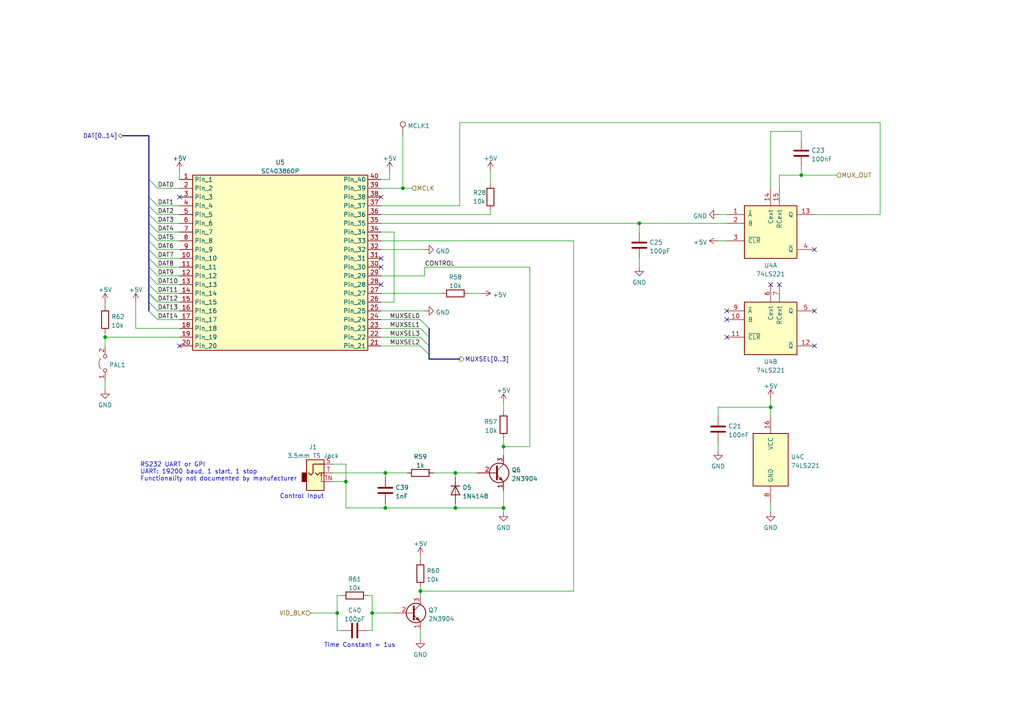
<source format=kicad_sch>
(kicad_sch (version 20211123) (generator eeschema)
  (paper "A4")
  (title_block (title "Settings Controller (MCU)") (date "2023-07-23") (rev "4"))
  (lib_symbols
    (symbol "74xx:74LS221" (pin_names (offset 1.016))
      (property "Reference" "U" (at -7.62 8.89 0))
      (property "Value" "74LS221" (at -7.62 -8.89 0))
      (symbol "74LS221_1_0"
        (pin input line (at -12.7 5.08 0) (length 5.08) (name "~{A}") (number "1"))
        (pin output line (at 12.7 5.08 180) (length 5.08) (name "Q") (number "13"))
        (pin input line (at 0 12.7 270) (length 5.08) (name "Cext") (number "14"))
        (pin input line (at 2.54 12.7 270) (length 5.08) (name "RCext") (number "15"))
        (pin input line (at -12.7 2.54 0) (length 5.08) (name "B") (number "2"))
        (pin input line (at -12.7 -2.54 0) (length 5.08) (name "~{CLR}") (number "3"))
        (pin output line (at 12.7 -5.08 180) (length 5.08) (name "~{Q}") (number "4"))
      )
      (symbol "74LS221_1_1"
        (rectangle (start -7.62 7.62) (end 7.62 -7.62) (stroke (width 0.254)) (fill (type background)))
      )
      (symbol "74LS221_2_0"
        (pin input line (at -12.7 2.54 0) (length 5.08) (name "B") (number "10"))
        (pin input line (at -12.7 -2.54 0) (length 5.08) (name "~{CLR}") (number "11"))
        (pin output line (at 12.7 -5.08 180) (length 5.08) (name "~{Q}") (number "12"))
        (pin output line (at 12.7 5.08 180) (length 5.08) (name "Q") (number "5"))
        (pin input line (at 0 12.7 270) (length 5.08) (name "Cext") (number "6"))
        (pin input line (at 2.54 12.7 270) (length 5.08) (name "RCext") (number "7"))
        (pin input line (at -12.7 5.08 0) (length 5.08) (name "~{A}") (number "9"))
      )
      (symbol "74LS221_2_1"
        (rectangle (start -7.62 7.62) (end 7.62 -7.62) (stroke (width 0.254)) (fill (type background)))
      )
      (symbol "74LS221_3_0"
        (pin power_in line (at 0 12.7 270) (length 5.08) (name "VCC") (number "16"))
        (pin power_in line (at 0 -12.7 90) (length 5.08) (name "GND") (number "8"))
      )
      (symbol "74LS221_3_1"
        (rectangle (start -5.08 7.62) (end 5.08 -7.62) (stroke (width 0.254)) (fill (type background)))
      )
    )
    (symbol "Connector:AudioJack2_SwitchT"
      (property "Reference" "J" (at 0 8.89 0))
      (property "Value" "AudioJack2_SwitchT" (at 0 6.35 0))
      (symbol "AudioJack2_SwitchT_0_1"
        (rectangle (start -2.54 0) (end -3.81 -2.54) (stroke (width 0.254)) (fill (type outline)))
        (polyline (pts (xy 1.778 -0.254) (xy 2.032 -0.762)))
        (polyline (pts (xy 0 0) (xy 0.635 -0.635) (xy 1.27 0) (xy 2.54 0)) (stroke (width 0.254)))
        (polyline (pts (xy 2.54 -2.54) (xy 1.778 -2.54) (xy 1.778 -0.254) (xy 1.524 -0.762)))
        (polyline (pts (xy 2.54 2.54) (xy -0.635 2.54) (xy -0.635 0) (xy -1.27 -0.635) (xy -1.905 0)) (stroke (width 0.254)))
        (rectangle (start 2.54 3.81) (end -2.54 -5.08) (stroke (width 0.254)) (fill (type background)))
      )
      (symbol "AudioJack2_SwitchT_1_1"
        (pin passive line (at 5.08 2.54 180) (length 2.54) (name "~") (number "S"))
        (pin passive line (at 5.08 0 180) (length 2.54) (name "~") (number "T"))
        (pin passive line (at 5.08 -2.54 180) (length 2.54) (name "~") (number "TN"))
      )
    )
    (symbol "Connector:TestPoint" (pin_numbers hide) (pin_names (offset 0.762) hide)
      (property "Reference" "TP" (at 0 6.858 0))
      (property "Value" "TestPoint" (at 0 5.08 0))
      (symbol "TestPoint_0_1"
        (circle (center 0 3.302) (radius 0.762))
      )
      (symbol "TestPoint_1_1"
        (pin passive line (at 0 0 90) (length 2.54) (name "1") (number "1"))
      )
    )
    (symbol "Device:C" (pin_numbers hide) (pin_names (offset 0.254))
      (property "Reference" "C" (at 0.635 2.54 0))
      (property "Value" "C" (at 0.635 -2.54 0))
      (symbol "C_0_1"
        (polyline (pts (xy -2.032 -0.762) (xy 2.032 -0.762)) (stroke (width 0.508)))
        (polyline (pts (xy -2.032 0.762) (xy 2.032 0.762)) (stroke (width 0.508)))
      )
      (symbol "C_1_1"
        (pin passive line (at 0 3.81 270) (length 2.794) (name "~") (number "1"))
        (pin passive line (at 0 -3.81 90) (length 2.794) (name "~") (number "2"))
      )
    )
    (symbol "Device:D" (pin_numbers hide) (pin_names (offset 1.016) hide)
      (property "Reference" "D" (at 0 2.54 0))
      (property "Value" "D" (at 0 -2.54 0))
      (symbol "D_0_1"
        (polyline (pts (xy -1.27 1.27) (xy -1.27 -1.27)) (stroke (width 0.254)))
        (polyline (pts (xy 1.27 0) (xy -1.27 0)))
        (polyline (pts (xy 1.27 1.27) (xy 1.27 -1.27) (xy -1.27 0) (xy 1.27 1.27)) (stroke (width 0.254)))
      )
      (symbol "D_1_1"
        (pin passive line (at -3.81 0 0) (length 2.54) (name "K") (number "1"))
        (pin passive line (at 3.81 0 180) (length 2.54) (name "A") (number "2"))
      )
    )
    (symbol "Device:R" (pin_numbers hide) (pin_names (offset 0))
      (property "Reference" "R" (at 2.032 0 90))
      (property "Value" "R" (at 0 0 90))
      (symbol "R_0_1"
        (rectangle (start -1.016 -2.54) (end 1.016 2.54) (stroke (width 0.254)))
      )
      (symbol "R_1_1"
        (pin passive line (at 0 3.81 270) (length 1.27) (name "~") (number "1"))
        (pin passive line (at 0 -3.81 90) (length 1.27) (name "~") (number "2"))
      )
    )
    (symbol "Jumper:Jumper_2_Open" (pin_names (offset 0) hide)
      (property "Reference" "JP" (at 0 2.794 0))
      (property "Value" "Jumper_2_Open" (at 0 -2.286 0))
      (symbol "Jumper_2_Open_0_0"
        (circle (center -2.032 0) (radius 0.508))
        (circle (center 2.032 0) (radius 0.508))
      )
      (symbol "Jumper_2_Open_0_1"
        (arc (start 1.524 1.27) (mid 0 1.778) (end -1.524 1.27))
      )
      (symbol "Jumper_2_Open_1_1"
        (pin passive line (at -5.08 0 0) (length 2.54) (name "A") (number "1"))
        (pin passive line (at 5.08 0 180) (length 2.54) (name "B") (number "2"))
      )
    )
    (symbol "Transistor_BJT:2N3904" (pin_names (offset 0) hide)
      (property "Reference" "Q" (at 5.08 1.905 0))
      (property "Value" "2N3904" (at 5.08 0 0))
      (symbol "2N3904_0_1"
        (polyline (pts (xy 0.635 0.635) (xy 2.54 2.54)))
        (polyline (pts (xy 0.635 -0.635) (xy 2.54 -2.54) (xy 2.54 -2.54)))
        (polyline (pts (xy 0.635 1.905) (xy 0.635 -1.905) (xy 0.635 -1.905)) (stroke (width 0.508)))
        (polyline (pts (xy 1.27 -1.778) (xy 1.778 -1.27) (xy 2.286 -2.286) (xy 1.27 -1.778) (xy 1.27 -1.778)) (fill (type outline)))
        (circle (center 1.27 0) (radius 2.8194) (stroke (width 0.254)))
      )
      (symbol "2N3904_1_1"
        (pin passive line (at 2.54 -5.08 90) (length 2.54) (name "E") (number "1"))
        (pin passive line (at -5.08 0 0) (length 5.715) (name "B") (number "2"))
        (pin passive line (at 2.54 5.08 270) (length 2.54) (name "C") (number "3"))
      )
    )
    (symbol "Videonics Proceessor Plus:SC403860P"
      (property "Reference" "U" (at -25.4 25.4 0))
      (property "Value" "SC403860P" (at -25.4 -27.94 0))
      (symbol "SC403860P_1_1"
        (rectangle (start -25.4 25.4) (end 25.4 -25.4) (stroke (width 0.254)) (fill (type background)))
        (pin passive line (at -29.21 24.13 0) (length 3.81) (name "Pin_1") (number "1"))
        (pin passive line (at -29.21 1.27 0) (length 3.81) (name "Pin_10") (number "10"))
        (pin passive line (at -29.21 -1.27 0) (length 3.81) (name "Pin_11") (number "11"))
        (pin passive line (at -29.21 -3.81 0) (length 3.81) (name "Pin_12") (number "12"))
        (pin passive line (at -29.21 -6.35 0) (length 3.81) (name "Pin_13") (number "13"))
        (pin passive line (at -29.21 -8.89 0) (length 3.81) (name "Pin_14") (number "14"))
        (pin passive line (at -29.21 -11.43 0) (length 3.81) (name "Pin_15") (number "15"))
        (pin passive line (at -29.21 -13.97 0) (length 3.81) (name "Pin_16") (number "16"))
        (pin passive line (at -29.21 -16.51 0) (length 3.81) (name "Pin_17") (number "17"))
        (pin passive line (at -29.21 -19.05 0) (length 3.81) (name "Pin_18") (number "18"))
        (pin passive line (at -29.21 -21.59 0) (length 3.81) (name "Pin_19") (number "19"))
        (pin passive line (at -29.21 21.59 0) (length 3.81) (name "Pin_2") (number "2"))
        (pin passive line (at -29.21 -24.13 0) (length 3.81) (name "Pin_20") (number "20"))
        (pin passive line (at 29.21 -24.13 180) (length 3.81) (name "Pin_21") (number "21"))
        (pin passive line (at 29.21 -21.59 180) (length 3.81) (name "Pin_22") (number "22"))
        (pin passive line (at 29.21 -19.05 180) (length 3.81) (name "Pin_23") (number "23"))
        (pin passive line (at 29.21 -16.51 180) (length 3.81) (name "Pin_24") (number "24"))
        (pin passive line (at 29.21 -13.97 180) (length 3.81) (name "Pin_25") (number "25"))
        (pin passive line (at 29.21 -11.43 180) (length 3.81) (name "Pin_26") (number "26"))
        (pin passive line (at 29.21 -8.89 180) (length 3.81) (name "Pin_27") (number "27"))
        (pin passive line (at 29.21 -6.35 180) (length 3.81) (name "Pin_28") (number "28"))
        (pin passive line (at 29.21 -3.81 180) (length 3.81) (name "Pin_29") (number "29"))
        (pin passive line (at -29.21 19.05 0) (length 3.81) (name "Pin_3") (number "3"))
        (pin passive line (at 29.21 -1.27 180) (length 3.81) (name "Pin_30") (number "30"))
        (pin passive line (at 29.21 1.27 180) (length 3.81) (name "Pin_31") (number "31"))
        (pin passive line (at 29.21 3.81 180) (length 3.81) (name "Pin_32") (number "32"))
        (pin passive line (at 29.21 6.35 180) (length 3.81) (name "Pin_33") (number "33"))
        (pin passive line (at 29.21 8.89 180) (length 3.81) (name "Pin_34") (number "34"))
        (pin passive line (at 29.21 11.43 180) (length 3.81) (name "Pin_35") (number "35"))
        (pin passive line (at 29.21 13.97 180) (length 3.81) (name "Pin_36") (number "36"))
        (pin passive line (at 29.21 16.51 180) (length 3.81) (name "Pin_37") (number "37"))
        (pin passive line (at 29.21 19.05 180) (length 3.81) (name "Pin_38") (number "38"))
        (pin passive line (at 29.21 21.59 180) (length 3.81) (name "Pin_39") (number "39"))
        (pin passive line (at -29.21 16.51 0) (length 3.81) (name "Pin_4") (number "4"))
        (pin passive line (at 29.21 24.13 180) (length 3.81) (name "Pin_40") (number "40"))
        (pin passive line (at -29.21 13.97 0) (length 3.81) (name "Pin_5") (number "5"))
        (pin passive line (at -29.21 11.43 0) (length 3.81) (name "Pin_6") (number "6"))
        (pin passive line (at -29.21 8.89 0) (length 3.81) (name "Pin_7") (number "7"))
        (pin passive line (at -29.21 6.35 0) (length 3.81) (name "Pin_8") (number "8"))
        (pin passive line (at -29.21 3.81 0) (length 3.81) (name "Pin_9") (number "9"))
      )
    )
    (symbol "power:+5V" (power) (pin_names (offset 0))
      (property "Value" "+5V" (at 0 3.556 0))
      (symbol "+5V_0_1"
        (polyline (pts (xy -0.762 1.27) (xy 0 2.54)))
        (polyline (pts (xy 0 0) (xy 0 2.54)))
        (polyline (pts (xy 0 2.54) (xy 0.762 1.27)))
      )
      (symbol "+5V_1_1"
        (pin power_in line (at 0 0 90) (length 0) hide (name "+5V") (number "1"))
      )
    )
    (symbol "power:GND" (power) (pin_names (offset 0))
      (property "Value" "GND" (at 0 -3.81 0))
      (symbol "GND_0_1"
        (polyline (pts (xy 0 0) (xy 0 -1.27) (xy 1.27 -1.27) (xy 0 -2.54) (xy -1.27 -1.27) (xy 0 -1.27)))
      )
      (symbol "GND_1_1"
        (pin power_in line (at 0 0 270) (length 0) hide (name "GND") (number "1"))
      )
    )
  )
  (junction (at 146.05 147.32))
  (junction (at 100.33 139.7))
  (junction (at 97.79 177.8))
  (junction (at 111.76 137.16))
  (junction (at 107.95 177.8))
  (junction (at 185.42 64.77))
  (junction (at 30.48 97.79))
  (junction (at 116.84 54.61))
  (junction (at 132.08 137.16))
  (junction (at 146.05 129.54))
  (junction (at 111.76 147.32))
  (junction (at 223.52 118.11))
  (junction (at 232.41 50.8))
  (junction (at 132.08 147.32))
  (junction (at 121.92 171.45))
  (no_connect (at 223.52 82.55))
  (no_connect (at 110.49 77.47))
  (no_connect (at 110.49 82.55))
  (no_connect (at 210.82 90.17))
  (no_connect (at 110.49 57.15))
  (no_connect (at 236.22 100.33))
  (no_connect (at 226.06 82.55))
  (no_connect (at 236.22 72.39))
  (no_connect (at 110.49 74.93))
  (no_connect (at 210.82 97.79))
  (no_connect (at 52.07 100.33))
  (no_connect (at 210.82 92.71))
  (no_connect (at 236.22 90.17))
  (no_connect (at 52.07 57.15))
  (bus_entry (at 43.18 62.23) (size 2.54 2.54))
  (bus_entry (at 43.18 74.93) (size 2.54 2.54))
  (bus_entry (at 43.18 90.17) (size 2.54 2.54))
  (bus_entry (at 43.18 67.31) (size 2.54 2.54))
  (bus_entry (at 43.18 57.15) (size 2.54 2.54))
  (bus_entry (at 124.46 100.33) (size -2.54 -2.54))
  (bus_entry (at 43.18 80.01) (size 2.54 2.54))
  (bus_entry (at 124.46 97.79) (size -2.54 -2.54))
  (bus_entry (at 43.18 82.55) (size 2.54 2.54))
  (bus_entry (at 43.18 64.77) (size 2.54 2.54))
  (bus_entry (at 43.18 69.85) (size 2.54 2.54))
  (bus_entry (at 43.18 85.09) (size 2.54 2.54))
  (bus_entry (at 43.18 77.47) (size 2.54 2.54))
  (bus_entry (at 43.18 72.39) (size 2.54 2.54))
  (bus_entry (at 43.18 59.69) (size 2.54 2.54))
  (bus_entry (at 124.46 95.25) (size -2.54 -2.54))
  (bus_entry (at 124.46 102.87) (size -2.54 -2.54))
  (bus_entry (at 43.18 87.63) (size 2.54 2.54))
  (bus_entry (at 43.18 85.09) (size 2.54 2.54))
  (bus_entry (at 43.18 52.07) (size 2.54 2.54))
  (wire (pts (xy 45.72 87.63) (xy 52.07 87.63)))
  (wire (pts (xy 45.72 85.09) (xy 52.07 85.09)))
  (wire (pts (xy 100.33 147.32) (xy 111.76 147.32)))
  (wire (pts (xy 110.49 59.69) (xy 133.35 59.69)))
  (bus (pts (xy 43.18 57.15) (xy 43.18 52.07)))
  (bus (pts (xy 43.18 74.93) (xy 43.18 72.39)))
  (wire (pts (xy 111.76 137.16) (xy 118.11 137.16)))
  (wire (pts (xy 133.35 35.56) (xy 255.27 35.56)))
  (wire (pts (xy 110.49 92.71) (xy 121.92 92.71)))
  (wire (pts (xy 30.48 97.79) (xy 52.07 97.79)))
  (bus (pts (xy 43.18 80.01) (xy 43.18 77.47)))
  (wire (pts (xy 110.49 62.23) (xy 142.24 62.23)))
  (wire (pts (xy 255.27 62.23) (xy 236.22 62.23)))
  (wire (pts (xy 97.79 177.8) (xy 97.79 182.88)))
  (wire (pts (xy 96.52 134.62) (xy 100.33 134.62)))
  (wire (pts (xy 208.28 128.27) (xy 208.28 130.81)))
  (wire (pts (xy 132.08 137.16) (xy 132.08 138.43)))
  (wire (pts (xy 110.49 54.61) (xy 116.84 54.61)))
  (wire (pts (xy 208.28 69.85) (xy 210.82 69.85)))
  (wire (pts (xy 116.84 39.37) (xy 116.84 54.61)))
  (wire (pts (xy 226.06 50.8) (xy 226.06 54.61)))
  (wire (pts (xy 114.3 67.31) (xy 110.49 67.31)))
  (wire (pts (xy 132.08 147.32) (xy 146.05 147.32)))
  (wire (pts (xy 185.42 64.77) (xy 185.42 67.31)))
  (wire (pts (xy 208.28 118.11) (xy 223.52 118.11)))
  (wire (pts (xy 146.05 127) (xy 146.05 129.54)))
  (wire (pts (xy 110.49 85.09) (xy 128.27 85.09)))
  (bus (pts (xy 43.18 59.69) (xy 43.18 57.15)))
  (wire (pts (xy 242.57 50.8) (xy 232.41 50.8)))
  (wire (pts (xy 208.28 62.23) (xy 210.82 62.23)))
  (wire (pts (xy 135.89 85.09) (xy 139.7 85.09)))
  (wire (pts (xy 45.72 74.93) (xy 52.07 74.93)))
  (wire (pts (xy 142.24 49.53) (xy 142.24 53.34)))
  (wire (pts (xy 123.19 77.47) (xy 123.19 80.01)))
  (bus (pts (xy 43.18 69.85) (xy 43.18 67.31)))
  (wire (pts (xy 185.42 74.93) (xy 185.42 77.47)))
  (wire (pts (xy 107.95 177.8) (xy 107.95 172.72)))
  (wire (pts (xy 39.37 95.25) (xy 52.07 95.25)))
  (wire (pts (xy 138.43 137.16) (xy 132.08 137.16)))
  (wire (pts (xy 96.52 137.16) (xy 111.76 137.16)))
  (bus (pts (xy 35.56 39.37) (xy 43.18 39.37)))
  (wire (pts (xy 100.33 134.62) (xy 100.33 139.7)))
  (wire (pts (xy 30.48 97.79) (xy 30.48 96.52)))
  (wire (pts (xy 132.08 146.05) (xy 132.08 147.32)))
  (wire (pts (xy 121.92 171.45) (xy 121.92 172.72)))
  (bus (pts (xy 124.46 97.79) (xy 124.46 100.33)))
  (wire (pts (xy 223.52 54.61) (xy 223.52 38.1)))
  (wire (pts (xy 45.72 54.61) (xy 52.07 54.61)))
  (wire (pts (xy 125.73 137.16) (xy 132.08 137.16)))
  (wire (pts (xy 166.37 69.85) (xy 166.37 171.45)))
  (wire (pts (xy 110.49 72.39) (xy 123.19 72.39)))
  (bus (pts (xy 124.46 100.33) (xy 124.46 102.87)))
  (wire (pts (xy 111.76 146.05) (xy 111.76 147.32)))
  (wire (pts (xy 110.49 97.79) (xy 121.92 97.79)))
  (bus (pts (xy 124.46 95.25) (xy 124.46 97.79)))
  (wire (pts (xy 121.92 182.88) (xy 121.92 185.42)))
  (bus (pts (xy 43.18 72.39) (xy 43.18 69.85)))
  (bus (pts (xy 43.18 82.55) (xy 43.18 80.01)))
  (wire (pts (xy 90.17 177.8) (xy 97.79 177.8)))
  (bus (pts (xy 43.18 90.17) (xy 43.18 87.63)))
  (wire (pts (xy 111.76 147.32) (xy 132.08 147.32)))
  (wire (pts (xy 107.95 177.8) (xy 114.3 177.8)))
  (wire (pts (xy 185.42 64.77) (xy 210.82 64.77)))
  (wire (pts (xy 110.49 69.85) (xy 166.37 69.85)))
  (wire (pts (xy 153.67 77.47) (xy 153.67 129.54)))
  (wire (pts (xy 121.92 161.29) (xy 121.92 162.56)))
  (wire (pts (xy 146.05 116.84) (xy 146.05 119.38)))
  (wire (pts (xy 110.49 80.01) (xy 123.19 80.01)))
  (wire (pts (xy 116.84 54.61) (xy 119.38 54.61)))
  (wire (pts (xy 142.24 62.23) (xy 142.24 60.96)))
  (wire (pts (xy 45.72 72.39) (xy 52.07 72.39)))
  (wire (pts (xy 110.49 100.33) (xy 121.92 100.33)))
  (wire (pts (xy 52.07 49.53) (xy 52.07 52.07)))
  (wire (pts (xy 45.72 59.69) (xy 52.07 59.69)))
  (wire (pts (xy 107.95 182.88) (xy 107.95 177.8)))
  (wire (pts (xy 232.41 38.1) (xy 232.41 40.64)))
  (wire (pts (xy 110.49 64.77) (xy 185.42 64.77)))
  (bus (pts (xy 124.46 102.87) (xy 124.46 104.14)))
  (wire (pts (xy 99.06 172.72) (xy 97.79 172.72)))
  (wire (pts (xy 45.72 67.31) (xy 52.07 67.31)))
  (wire (pts (xy 123.19 77.47) (xy 153.67 77.47)))
  (wire (pts (xy 146.05 142.24) (xy 146.05 147.32)))
  (wire (pts (xy 146.05 147.32) (xy 146.05 148.59)))
  (wire (pts (xy 110.49 90.17) (xy 123.19 90.17)))
  (wire (pts (xy 45.72 82.55) (xy 52.07 82.55)))
  (wire (pts (xy 45.72 77.47) (xy 52.07 77.47)))
  (wire (pts (xy 223.52 118.11) (xy 223.52 120.65)))
  (wire (pts (xy 121.92 170.18) (xy 121.92 171.45)))
  (bus (pts (xy 124.46 104.14) (xy 133.35 104.14)))
  (wire (pts (xy 110.49 95.25) (xy 121.92 95.25)))
  (wire (pts (xy 97.79 172.72) (xy 97.79 177.8)))
  (wire (pts (xy 111.76 138.43) (xy 111.76 137.16)))
  (wire (pts (xy 100.33 139.7) (xy 100.33 147.32)))
  (wire (pts (xy 232.41 48.26) (xy 232.41 50.8)))
  (wire (pts (xy 30.48 87.63) (xy 30.48 88.9)))
  (wire (pts (xy 39.37 87.63) (xy 39.37 95.25)))
  (wire (pts (xy 223.52 146.05) (xy 223.52 148.59)))
  (wire (pts (xy 45.72 69.85) (xy 52.07 69.85)))
  (wire (pts (xy 208.28 120.65) (xy 208.28 118.11)))
  (wire (pts (xy 223.52 38.1) (xy 232.41 38.1)))
  (bus (pts (xy 43.18 87.63) (xy 43.18 85.09)))
  (wire (pts (xy 166.37 171.45) (xy 121.92 171.45)))
  (bus (pts (xy 43.18 39.37) (xy 43.18 52.07)))
  (wire (pts (xy 106.68 182.88) (xy 107.95 182.88)))
  (wire (pts (xy 255.27 35.56) (xy 255.27 62.23)))
  (wire (pts (xy 45.72 62.23) (xy 52.07 62.23)))
  (wire (pts (xy 45.72 90.17) (xy 52.07 90.17)))
  (wire (pts (xy 30.48 110.49) (xy 30.48 113.03)))
  (wire (pts (xy 114.3 87.63) (xy 114.3 67.31)))
  (bus (pts (xy 43.18 64.77) (xy 43.18 62.23)))
  (bus (pts (xy 43.18 62.23) (xy 43.18 59.69)))
  (wire (pts (xy 45.72 92.71) (xy 52.07 92.71)))
  (bus (pts (xy 43.18 85.09) (xy 43.18 82.55)))
  (wire (pts (xy 133.35 59.69) (xy 133.35 35.56)))
  (wire (pts (xy 100.33 139.7) (xy 96.52 139.7)))
  (wire (pts (xy 146.05 129.54) (xy 153.67 129.54)))
  (wire (pts (xy 30.48 97.79) (xy 30.48 100.33)))
  (wire (pts (xy 45.72 64.77) (xy 52.07 64.77)))
  (bus (pts (xy 43.18 67.31) (xy 43.18 64.77)))
  (wire (pts (xy 107.95 172.72) (xy 106.68 172.72)))
  (wire (pts (xy 97.79 182.88) (xy 99.06 182.88)))
  (wire (pts (xy 45.72 80.01) (xy 52.07 80.01)))
  (wire (pts (xy 110.49 52.07) (xy 113.03 52.07)))
  (wire (pts (xy 113.03 52.07) (xy 113.03 49.53)))
  (wire (pts (xy 146.05 129.54) (xy 146.05 132.08)))
  (wire (pts (xy 232.41 50.8) (xy 226.06 50.8)))
  (bus (pts (xy 43.18 77.47) (xy 43.18 74.93)))
  (wire (pts (xy 110.49 87.63) (xy 114.3 87.63)))
  (wire (pts (xy 223.52 115.57) (xy 223.52 118.11)))
  (text "Time Constant = 1us" (at 93.98 187.96 0) (effects (font (size 1.27 1.27)) (justify left bottom)))
  (text "Control Input" (at 93.98 144.78 180) (effects (font (size 1.27 1.27)) (justify right bottom)))
  (text "RS232 UART or GPI\nUART: 19200 baud, 1 start, 1 stop\nFunctionality not documented by manufacturer" (at 40.64 139.7 0) (effects (font (size 1.27 1.27)) (justify left bottom)))
  (label "MUXSEL3" (at 113.03 97.79 0))
  (label "DAT4" (at 45.72 67.31 0))
  (label "MUXSEL1" (at 113.03 95.25 0))
  (label "DAT1" (at 45.72 59.69 0))
  (label "DAT7" (at 45.72 74.93 0))
  (label "DAT8" (at 45.72 77.47 0))
  (label "DAT6" (at 45.72 72.39 0))
  (label "DAT2" (at 45.72 62.23 0))
  (label "DAT9" (at 45.72 80.01 0))
  (label "MUXSEL0" (at 113.03 92.71 0))
  (label "DAT3" (at 45.72 64.77 0))
  (label "DAT12" (at 45.72 87.63 0))
  (label "DAT10" (at 45.72 82.55 0))
  (label "DAT0" (at 45.72 54.61 0))
  (label "DAT5" (at 45.72 69.85 0))
  (label "CONTROL" (at 123.19 77.47 0))
  (label "DAT14" (at 45.72 92.71 0))
  (label "DAT11" (at 45.72 85.09 0))
  (label "MUXSEL2" (at 113.03 100.33 0))
  (label "DAT13" (at 45.72 90.17 0))
  (hierarchical_label "MUXSEL[0..3]" (shape output) (at 133.35 104.14 0))
  (hierarchical_label "VID_BLK" (shape input) (at 90.17 177.8 180))
  (hierarchical_label "MUX_OUT" (shape input) (at 242.57 50.8 0))
  (hierarchical_label "DAT[0..14]" (shape bidirectional) (at 35.56 39.37 180))
  (hierarchical_label "MCLK" (shape input) (at 119.38 54.61 0))
  (symbol (lib_id "Transistor_BJT:2N3904") (at 143.51 137.16 0) (unit 1)
    (property "Reference" "Q6" (at 148.3614 136.3253 0) (effects (justify left)))
    (property "Value" "2N3904" (at 148.3614 138.8622 0) (effects (justify left)))
    (property "Footprint" "Package_TO_SOT_THT:TO-92_Inline" (effects hide))
    (property "Datasheet" "https://www.onsemi.com/pub/Collateral/2N3903-D.PDF" (effects hide))
  )
  (symbol (lib_id "power:GND") (at 123.19 72.39 90) (unit 1)
    (property "Reference" "#PWR0107" (effects hide))
    (property "Value" "GND" (at 126.365 72.8238 90) (effects (justify right)))
  )
  (symbol (lib_id "power:+5V") (at 113.03 49.53 0) (unit 1)
    (property "Reference" "#PWR0106" (effects hide))
    (property "Value" "+5V" (at 113.03 45.9542 0))
  )
  (symbol (lib_id "power:+5V") (at 139.7 85.09 270) (unit 1)
    (property "Reference" "#PWR0141" (effects hide))
    (property "Value" "+5V" (at 142.875 85.5238 90) (effects (justify left)))
  )
  (symbol (lib_id "power:GND") (at 146.05 148.59 0) (unit 1)
    (property "Reference" "#PWR0140" (effects hide))
    (property "Value" "GND" (at 146.05 153.0334 0))
  )
  (symbol (lib_id "Transistor_BJT:2N3904") (at 119.38 177.8 0) (unit 1)
    (property "Reference" "Q7" (at 124.2314 176.9653 0) (effects (justify left)))
    (property "Value" "2N3904" (at 124.2314 179.5022 0) (effects (justify left)))
    (property "Footprint" "Package_TO_SOT_THT:TO-92_Inline" (effects hide))
    (property "Datasheet" "https://www.onsemi.com/pub/Collateral/2N3903-D.PDF" (effects hide))
  )
  (symbol (lib_id "power:GND") (at 30.48 113.03 0) (unit 1)
    (property "Reference" "#PWR0102" (effects hide))
    (property "Value" "GND" (at 30.48 117.4734 0))
  )
  (symbol (lib_id "Device:C") (at 185.42 71.12 0) (unit 1)
    (property "Reference" "C25" (at 188.341 70.2853 0) (effects (justify left)))
    (property "Value" "100pF" (at 188.341 72.8222 0) (effects (justify left)))
  )
  (symbol (lib_id "power:+5V") (at 142.24 49.53 0) (unit 1)
    (property "Reference" "#PWR0108" (effects hide))
    (property "Value" "+5V" (at 142.24 45.9542 0))
  )
  (symbol (lib_id "power:GND") (at 223.52 148.59 0) (unit 1)
    (property "Reference" "#PWR0144" (effects hide))
    (property "Value" "GND" (at 223.52 153.0334 0))
  )
  (symbol (lib_id "Device:R") (at 30.48 92.71 0) (unit 1)
    (property "Reference" "R62" (at 32.258 91.8753 0) (effects (justify left)))
    (property "Value" "10k" (at 32.258 94.4122 0) (effects (justify left)))
  )
  (symbol (lib_id "Device:C") (at 102.87 182.88 270) (unit 1)
    (property "Reference" "C40" (at 102.87 177.0212 90))
    (property "Value" "100pF" (at 102.87 179.5581 90))
  )
  (symbol (lib_id "power:+5V") (at 146.05 116.84 0) (mirror y) (unit 1)
    (property "Reference" "#PWR0139" (effects hide))
    (property "Value" "+5V" (at 146.05 113.2642 0))
  )
  (symbol (lib_id "Device:C") (at 232.41 44.45 0) (unit 1)
    (property "Reference" "C23" (at 235.331 43.6153 0) (effects (justify left)))
    (property "Value" "100nF" (at 235.331 46.1522 0) (effects (justify left)))
  )
  (symbol (lib_id "Device:R") (at 142.24 57.15 0) (unit 1)
    (property "Reference" "R28" (at 137.16 55.88 0) (effects (justify left)))
    (property "Value" "10k" (at 137.16 58.42 0) (effects (justify left)))
  )
  (symbol (lib_id "Jumper:Jumper_2_Open") (at 30.48 105.41 90) (unit 1)
    (property "Reference" "PAL1" (at 31.623 105.8438 90) (effects (justify right)))
    (property "Value" "PAL1" (effects hide))
  )
  (symbol (lib_id "Videonics Proceessor Plus:SC403860P") (at 81.28 76.2 0) (unit 1)
    (property "Reference" "U5" (at 81.28 47.1002 0))
    (property "Value" "SC403860P" (at 81.28 49.6371 0))
  )
  (symbol (lib_id "Device:C") (at 208.28 124.46 0) (unit 1)
    (property "Reference" "C21" (at 211.201 123.6253 0) (effects (justify left)))
    (property "Value" "100nF" (at 211.201 126.1622 0) (effects (justify left)))
  )
  (symbol (lib_id "Connector:AudioJack2_SwitchT") (at 91.44 137.16 0) (unit 1)
    (property "Reference" "J1" (at 90.805 129.6502 0))
    (property "Value" "3.5mm TS Jack" (at 90.805 132.1871 0))
  )
  (symbol (lib_id "Device:R") (at 102.87 172.72 90) (unit 1)
    (property "Reference" "R61" (at 102.87 168.0042 90))
    (property "Value" "10k" (at 102.87 170.5411 90))
  )
  (symbol (lib_id "Device:C") (at 111.76 142.24 0) (unit 1)
    (property "Reference" "C39" (at 114.681 141.4053 0) (effects (justify left)))
    (property "Value" "1nF" (at 114.681 143.9422 0) (effects (justify left)))
  )
  (symbol (lib_id "power:GND") (at 123.19 90.17 90) (unit 1)
    (property "Reference" "#PWR0105" (effects hide))
    (property "Value" "GND" (at 126.365 90.6038 90) (effects (justify right)))
  )
  (symbol (lib_id "power:+5V") (at 121.92 161.29 0) (unit 1)
    (property "Reference" "#PWR0136" (effects hide))
    (property "Value" "+5V" (at 121.92 157.7142 0))
  )
  (symbol (lib_id "Device:R") (at 132.08 85.09 90) (unit 1)
    (property "Reference" "R58" (at 132.08 80.3742 90))
    (property "Value" "10k" (at 132.08 82.9111 90))
  )
  (symbol (lib_id "Connector:TestPoint") (at 116.84 39.37 0) (unit 1)
    (property "Reference" "MCLK1" (at 118.237 36.5018 0) (effects (justify left)))
    (property "Value" "MCLK1" (effects hide))
  )
  (symbol (lib_id "Device:R") (at 146.05 123.19 0) (mirror y) (unit 1)
    (property "Reference" "R57" (at 144.272 122.3553 0) (effects (justify left)))
    (property "Value" "10k" (at 144.272 124.8922 0) (effects (justify left)))
  )
  (symbol (lib_id "power:GND") (at 208.28 130.81 0) (unit 1)
    (property "Reference" "#PWR0145" (effects hide))
    (property "Value" "GND" (at 208.28 135.2534 0))
  )
  (symbol (lib_id "74xx:74LS221") (at 223.52 95.25 0) (unit 2)
    (property "Reference" "U4" (at 223.52 104.9004 0))
    (property "Value" "74LS221" (at 223.52 107.4373 0))
    (property "Datasheet" "http://www.ti.com/lit/gpn/sn74LS221" (effects hide))
  )
  (symbol (lib_id "74xx:74LS221") (at 223.52 67.31 0) (unit 1)
    (property "Reference" "U4" (at 223.52 76.9604 0))
    (property "Value" "74LS221" (at 223.52 79.4973 0))
    (property "Datasheet" "http://www.ti.com/lit/gpn/sn74LS221" (effects hide))
  )
  (symbol (lib_id "Device:R") (at 121.92 166.37 0) (unit 1)
    (property "Reference" "R60" (at 123.698 165.5353 0) (effects (justify left)))
    (property "Value" "10k" (at 123.698 168.0722 0) (effects (justify left)))
  )
  (symbol (lib_id "power:GND") (at 208.28 62.23 270) (unit 1)
    (property "Reference" "#PWR0146" (effects hide))
    (property "Value" "GND" (at 205.1051 62.6638 90) (effects (justify right)))
  )
  (symbol (lib_id "power:+5V") (at 223.52 115.57 0) (unit 1)
    (property "Reference" "#PWR0143" (effects hide))
    (property "Value" "+5V" (at 223.52 111.9942 0))
  )
  (symbol (lib_id "Device:R") (at 121.92 137.16 270) (mirror x) (unit 1)
    (property "Reference" "R59" (at 121.92 132.4442 90))
    (property "Value" "1k" (at 121.92 134.9811 90))
  )
  (symbol (lib_id "power:+5V") (at 208.28 69.85 90) (unit 1)
    (property "Reference" "#PWR0147" (effects hide))
    (property "Value" "+5V" (at 205.1051 70.2838 90) (effects (justify left)))
  )
  (symbol (lib_id "Device:D") (at 132.08 142.24 270) (unit 1)
    (property "Reference" "D5" (at 134.112 141.4053 90) (effects (justify left)))
    (property "Value" "1N4148" (at 134.112 143.9422 90) (effects (justify left)))
  )
  (symbol (lib_id "power:+5V") (at 30.48 87.63 0) (unit 1)
    (property "Reference" "#PWR0103" (effects hide))
    (property "Value" "+5V" (at 30.48 84.0542 0))
  )
  (symbol (lib_id "power:GND") (at 121.92 185.42 0) (unit 1)
    (property "Reference" "#PWR0135" (effects hide))
    (property "Value" "GND" (at 121.92 189.8634 0))
  )
  (symbol (lib_id "power:GND") (at 185.42 77.47 0) (unit 1)
    (property "Reference" "#PWR0142" (effects hide))
    (property "Value" "GND" (at 185.42 81.9134 0))
  )
  (symbol (lib_id "74xx:74LS221") (at 223.52 133.35 0) (unit 3)
    (property "Reference" "U4" (at 229.362 132.5153 0) (effects (justify left)))
    (property "Value" "74LS221" (at 229.362 135.0522 0) (effects (justify left)))
    (property "Datasheet" "http://www.ti.com/lit/gpn/sn74LS221" (effects hide))
  )
  (symbol (lib_id "power:+5V") (at 39.37 87.63 0) (unit 1)
    (property "Reference" "#PWR0104" (effects hide))
    (property "Value" "+5V" (at 39.37 84.0542 0))
  )
  (symbol (lib_id "power:+5V") (at 52.07 49.53 0) (unit 1)
    (property "Reference" "#PWR0101" (effects hide))
    (property "Value" "+5V" (at 52.07 45.9542 0))
  )
)
</source>
